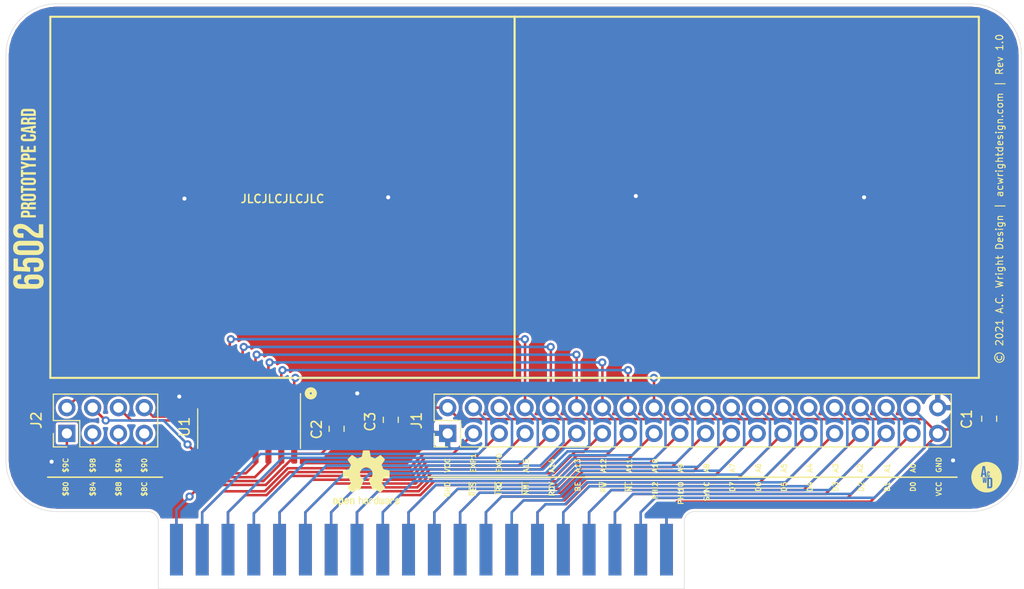
<source format=kicad_pcb>
(kicad_pcb (version 20171130) (host pcbnew "(5.1.9-0-10_14)")
  (layers (0 Top signal) (31 Bottom signal) (34 B.Paste user) (35 F.Paste user) (36 B.SilkS user) (37 F.SilkS user) (38 B.Mask user) (39 F.Mask user) (44 Edge.Cuts user))
  (net 0 "")
  (net 1 GND)
  (net 2 VCC)
  (net 3 /~RES)
  (net 4 /~IRQ)
  (net 5 /~NMI)
  (net 6 /RDY)
  (net 7 /BE)
  (net 8 /R~W)
  (net 9 /~ML)
  (net 10 /PHI2)
  (net 11 /PHI1O)
  (net 12 /SYNC)
  (net 13 /D7)
  (net 14 /D6)
  (net 15 /D5)
  (net 16 /D4)
  (net 17 /D3)
  (net 18 /D2)
  (net 19 /D1)
  (net 20 /D0)
  (net 21 /EXP1)
  (net 22 /EXP0)
  (net 23 A15)
  (net 24 A14)
  (net 25 A13)
  (net 26 A12)
  (net 27 A11)
  (net 28 A10)
  (net 29 /A9)
  (net 30 /A8)
  (net 31 /A7)
  (net 32 /A6)
  (net 33 /A5)
  (net 34 /A4)
  (net 35 /A3)
  (net 36 /A2)
  (net 37 /A1)
  (net 38 /A0)
  (net 39 /$8000)
  (net 40 /$9C00)
  (net 41 /$8400)
  (net 42 /$9800)
  (net 43 /$8800)
  (net 44 /$9400)
  (net 45 /$8C00)
  (net 46 /$9000)
  (module "6502 Logo:6502 Logo 3mm" (layer Top) (at 100.711 95.25 90)
    (fp_text reference G*** hide)
    (fp_text value LOGO hide)
  )
  (module "A.C. Wright Logo:A.C. Wright Logo 3mm" (layer Top) (at 195.072 122.809)
    (fp_text reference G*** hide)
    (fp_text value LOGO hide)
  )
  (module Symbol:OSHW-Logo2_7.3x6mm_SilkScreen (layer Top) (at 133.985 122.936)
    (fp_text reference REF** hide)
    (fp_text value OSHW-Logo2_7.3x6mm_SilkScreen hide)
  )
  (module "Prototype Card:BREADBOARD-MINI" (layer Top) (at 125.73 95.25)
    (fp_text reference B1 hide)
    (fp_text value BREADBOARDMINI hide)
  )
  (module "Prototype Card:BREADBOARD-MINI" (layer Top) (at 171.45 95.25)
    (fp_text reference B2 hide)
    (fp_text value BREADBOARDMINI hide)
  )
  (module Capacitor_SMD:C_0805_2012Metric (layer Top) (at 195.326 117.05 270)
    (fp_text reference C1 (at 0.044 2.214 90) (layer F.SilkS))
    (fp_text value 100nF hide)
    (pad 1 smd roundrect (at -0.95 0 270) (size 1 1.45) (layers Top F.Paste F.Mask) (net 1 GND))
    (pad 2 smd roundrect (at 0.95 0 270) (size 1 1.45) (layers Top F.Paste F.Mask) (net 2 VCC))
  )
  (module Capacitor_SMD:C_0805_2012Metric (layer Top) (at 131.064 118.05 90)
    (fp_text reference C2 (at -0.06 -1.968 90) (layer F.SilkS))
    (fp_text value 100nF hide)
    (pad 1 smd roundrect (at -0.95 0 90) (size 1 1.45) (layers Top F.Paste F.Mask) (net 2 VCC))
    (pad 2 smd roundrect (at 0.95 0 90) (size 1 1.45) (layers Top F.Paste F.Mask) (net 1 GND))
  )
  (module Capacitor_SMD:C_0805_2012Metric (layer Top) (at 136.398 117.16 270)
    (fp_text reference C3 (at 0.188 2.032 90) (layer F.SilkS))
    (fp_text value 100nF hide)
    (pad 2 smd roundrect (at 0.95 0 270) (size 1 1.45) (layers Top F.Paste F.Mask) (net 1 GND))
    (pad 1 smd roundrect (at -0.95 0 270) (size 1 1.45) (layers Top F.Paste F.Mask) (net 2 VCC))
  )
  (module "Prototype Card:6502CARDEDGE" (layer Top) (at 115.29 132.49)
    (fp_text reference CONN1 hide)
    (fp_text value 6502CARDEDGE hide)
    (pad GND smd rect (at 0 -2.54 90) (size 5.08 1.27) (layers Top F.Paste F.Mask) (net 1 GND))
    (pad ~RES smd rect (at 2.54 -2.54 90) (size 5.08 1.27) (layers Top F.Paste F.Mask) (net 3 /~RES))
    (pad ~IRQ smd rect (at 5.08 -2.54 90) (size 5.08 1.27) (layers Top F.Paste F.Mask) (net 4 /~IRQ))
    (pad ~NMI smd rect (at 7.62 -2.54 90) (size 5.08 1.27) (layers Top F.Paste F.Mask) (net 5 /~NMI))
    (pad RDY smd rect (at 10.16 -2.54 90) (size 5.08 1.27) (layers Top F.Paste F.Mask) (net 6 /RDY))
    (pad BE smd rect (at 12.7 -2.54 90) (size 5.08 1.27) (layers Top F.Paste F.Mask) (net 7 /BE))
    (pad R~W smd rect (at 15.24 -2.54 90) (size 5.08 1.27) (layers Top F.Paste F.Mask) (net 8 /R~W))
    (pad ~ML smd rect (at 17.78 -2.54 90) (size 5.08 1.27) (layers Top F.Paste F.Mask) (net 9 /~ML))
    (pad PHI2 smd rect (at 20.32 -2.54 90) (size 5.08 1.27) (layers Top F.Paste F.Mask) (net 10 /PHI2))
    (pad PHI1O smd rect (at 22.86 -2.54 90) (size 5.08 1.27) (layers Top F.Paste F.Mask) (net 11 /PHI1O))
    (pad SYNC smd rect (at 25.4 -2.54 90) (size 5.08 1.27) (layers Top F.Paste F.Mask) (net 12 /SYNC))
    (pad D7 smd rect (at 27.94 -2.54 90) (size 5.08 1.27) (layers Top F.Paste F.Mask) (net 13 /D7))
    (pad D6 smd rect (at 30.48 -2.54 90) (size 5.08 1.27) (layers Top F.Paste F.Mask) (net 14 /D6))
    (pad D5 smd rect (at 33.02 -2.54 90) (size 5.08 1.27) (layers Top F.Paste F.Mask) (net 15 /D5))
    (pad D4 smd rect (at 35.56 -2.54 90) (size 5.08 1.27) (layers Top F.Paste F.Mask) (net 16 /D4))
    (pad D3 smd rect (at 38.1 -2.54 90) (size 5.08 1.27) (layers Top F.Paste F.Mask) (net 17 /D3))
    (pad D2 smd rect (at 40.64 -2.54 90) (size 5.08 1.27) (layers Top F.Paste F.Mask) (net 18 /D2))
    (pad D1 smd rect (at 43.18 -2.54 90) (size 5.08 1.27) (layers Top F.Paste F.Mask) (net 19 /D1))
    (pad D0 smd rect (at 45.72 -2.54 90) (size 5.08 1.27) (layers Top F.Paste F.Mask) (net 20 /D0))
    (pad VCC smd rect (at 48.26 -2.54 90) (size 5.08 1.27) (layers Top F.Paste F.Mask) (net 2 VCC))
    (pad VCC smd rect (at 0 -2.54 90) (size 5.08 1.27) (layers Bottom B.Paste B.Mask) (net 2 VCC))
    (pad EXP1 smd rect (at 2.54 -2.54 90) (size 5.08 1.27) (layers Bottom B.Paste B.Mask) (net 21 /EXP1))
    (pad EXP0 smd rect (at 5.08 -2.54 90) (size 5.08 1.27) (layers Bottom B.Paste B.Mask) (net 22 /EXP0))
    (pad A15 smd rect (at 7.62 -2.54 90) (size 5.08 1.27) (layers Bottom B.Paste B.Mask) (net 23 A15))
    (pad A14 smd rect (at 10.16 -2.54 90) (size 5.08 1.27) (layers Bottom B.Paste B.Mask) (net 24 A14))
    (pad A13 smd rect (at 12.7 -2.54 90) (size 5.08 1.27) (layers Bottom B.Paste B.Mask) (net 25 A13))
    (pad A12 smd rect (at 15.24 -2.54 90) (size 5.08 1.27) (layers Bottom B.Paste B.Mask) (net 26 A12))
    (pad A11 smd rect (at 17.78 -2.54 90) (size 5.08 1.27) (layers Bottom B.Paste B.Mask) (net 27 A11))
    (pad A10 smd rect (at 20.32 -2.54 90) (size 5.08 1.27) (layers Bottom B.Paste B.Mask) (net 28 A10))
    (pad A9 smd rect (at 22.86 -2.54 90) (size 5.08 1.27) (layers Bottom B.Paste B.Mask) (net 29 /A9))
    (pad A8 smd rect (at 25.4 -2.54 90) (size 5.08 1.27) (layers Bottom B.Paste B.Mask) (net 30 /A8))
    (pad A7 smd rect (at 27.94 -2.54 90) (size 5.08 1.27) (layers Bottom B.Paste B.Mask) (net 31 /A7))
    (pad A6 smd rect (at 30.48 -2.54 90) (size 5.08 1.27) (layers Bottom B.Paste B.Mask) (net 32 /A6))
    (pad A5 smd rect (at 33.02 -2.54 90) (size 5.08 1.27) (layers Bottom B.Paste B.Mask) (net 33 /A5))
    (pad A4 smd rect (at 35.56 -2.54 90) (size 5.08 1.27) (layers Bottom B.Paste B.Mask) (net 34 /A4))
    (pad A3 smd rect (at 38.1 -2.54 90) (size 5.08 1.27) (layers Bottom B.Paste B.Mask) (net 35 /A3))
    (pad A2 smd rect (at 40.64 -2.54 90) (size 5.08 1.27) (layers Bottom B.Paste B.Mask) (net 36 /A2))
    (pad A1 smd rect (at 43.18 -2.54 90) (size 5.08 1.27) (layers Bottom B.Paste B.Mask) (net 37 /A1))
    (pad A0 smd rect (at 45.72 -2.54 90) (size 5.08 1.27) (layers Bottom B.Paste B.Mask) (net 38 /A0))
    (pad GND smd rect (at 48.26 -2.54 90) (size 5.08 1.27) (layers Bottom B.Paste B.Mask) (net 1 GND))
  )
  (module Connector_PinHeader_2.54mm:PinHeader_2x20_P2.54mm_Vertical (layer Top) (at 142 118.5 90)
    (fp_text reference J1 (at 1.27 -3.062 90) (layer F.SilkS))
    (fp_text value Conn_02x20_Odd_Even hide)
    (pad 1 thru_hole rect (at 0 0 90) (size 1.7 1.7) (drill 1) (layers *.Cu *.Mask) (net 1 GND))
    (pad 2 thru_hole oval (at 2.54 0 90) (size 1.7 1.7) (drill 1) (layers *.Cu *.Mask) (net 2 VCC))
    (pad 3 thru_hole oval (at 0 2.54 90) (size 1.7 1.7) (drill 1) (layers *.Cu *.Mask) (net 3 /~RES))
    (pad 4 thru_hole oval (at 2.54 2.54 90) (size 1.7 1.7) (drill 1) (layers *.Cu *.Mask) (net 21 /EXP1))
    (pad 5 thru_hole oval (at 0 5.08 90) (size 1.7 1.7) (drill 1) (layers *.Cu *.Mask) (net 4 /~IRQ))
    (pad 6 thru_hole oval (at 2.54 5.08 90) (size 1.7 1.7) (drill 1) (layers *.Cu *.Mask) (net 22 /EXP0))
    (pad 7 thru_hole oval (at 0 7.62 90) (size 1.7 1.7) (drill 1) (layers *.Cu *.Mask) (net 5 /~NMI))
    (pad 8 thru_hole oval (at 2.54 7.62 90) (size 1.7 1.7) (drill 1) (layers *.Cu *.Mask) (net 23 A15))
    (pad 9 thru_hole oval (at 0 10.16 90) (size 1.7 1.7) (drill 1) (layers *.Cu *.Mask) (net 6 /RDY))
    (pad 10 thru_hole oval (at 2.54 10.16 90) (size 1.7 1.7) (drill 1) (layers *.Cu *.Mask) (net 24 A14))
    (pad 11 thru_hole oval (at 0 12.7 90) (size 1.7 1.7) (drill 1) (layers *.Cu *.Mask) (net 7 /BE))
    (pad 12 thru_hole oval (at 2.54 12.7 90) (size 1.7 1.7) (drill 1) (layers *.Cu *.Mask) (net 25 A13))
    (pad 13 thru_hole oval (at 0 15.24 90) (size 1.7 1.7) (drill 1) (layers *.Cu *.Mask) (net 8 /R~W))
    (pad 14 thru_hole oval (at 2.54 15.24 90) (size 1.7 1.7) (drill 1) (layers *.Cu *.Mask) (net 26 A12))
    (pad 15 thru_hole oval (at 0 17.78 90) (size 1.7 1.7) (drill 1) (layers *.Cu *.Mask) (net 9 /~ML))
    (pad 16 thru_hole oval (at 2.54 17.78 90) (size 1.7 1.7) (drill 1) (layers *.Cu *.Mask) (net 27 A11))
    (pad 17 thru_hole oval (at 0 20.32 90) (size 1.7 1.7) (drill 1) (layers *.Cu *.Mask) (net 10 /PHI2))
    (pad 18 thru_hole oval (at 2.54 20.32 90) (size 1.7 1.7) (drill 1) (layers *.Cu *.Mask) (net 28 A10))
    (pad 19 thru_hole oval (at 0 22.86 90) (size 1.7 1.7) (drill 1) (layers *.Cu *.Mask) (net 11 /PHI1O))
    (pad 20 thru_hole oval (at 2.54 22.86 90) (size 1.7 1.7) (drill 1) (layers *.Cu *.Mask) (net 29 /A9))
    (pad 21 thru_hole oval (at 0 25.4 90) (size 1.7 1.7) (drill 1) (layers *.Cu *.Mask) (net 12 /SYNC))
    (pad 22 thru_hole oval (at 2.54 25.4 90) (size 1.7 1.7) (drill 1) (layers *.Cu *.Mask) (net 30 /A8))
    (pad 23 thru_hole oval (at 0 27.94 90) (size 1.7 1.7) (drill 1) (layers *.Cu *.Mask) (net 13 /D7))
    (pad 24 thru_hole oval (at 2.54 27.94 90) (size 1.7 1.7) (drill 1) (layers *.Cu *.Mask) (net 31 /A7))
    (pad 25 thru_hole oval (at 0 30.48 90) (size 1.7 1.7) (drill 1) (layers *.Cu *.Mask) (net 14 /D6))
    (pad 26 thru_hole oval (at 2.54 30.48 90) (size 1.7 1.7) (drill 1) (layers *.Cu *.Mask) (net 32 /A6))
    (pad 27 thru_hole oval (at 0 33.02 90) (size 1.7 1.7) (drill 1) (layers *.Cu *.Mask) (net 15 /D5))
    (pad 28 thru_hole oval (at 2.54 33.02 90) (size 1.7 1.7) (drill 1) (layers *.Cu *.Mask) (net 33 /A5))
    (pad 29 thru_hole oval (at 0 35.56 90) (size 1.7 1.7) (drill 1) (layers *.Cu *.Mask) (net 16 /D4))
    (pad 30 thru_hole oval (at 2.54 35.56 90) (size 1.7 1.7) (drill 1) (layers *.Cu *.Mask) (net 34 /A4))
    (pad 31 thru_hole oval (at 0 38.1 90) (size 1.7 1.7) (drill 1) (layers *.Cu *.Mask) (net 17 /D3))
    (pad 32 thru_hole oval (at 2.54 38.1 90) (size 1.7 1.7) (drill 1) (layers *.Cu *.Mask) (net 35 /A3))
    (pad 33 thru_hole oval (at 0 40.64 90) (size 1.7 1.7) (drill 1) (layers *.Cu *.Mask) (net 18 /D2))
    (pad 34 thru_hole oval (at 2.54 40.64 90) (size 1.7 1.7) (drill 1) (layers *.Cu *.Mask) (net 36 /A2))
    (pad 35 thru_hole oval (at 0 43.18 90) (size 1.7 1.7) (drill 1) (layers *.Cu *.Mask) (net 19 /D1))
    (pad 36 thru_hole oval (at 2.54 43.18 90) (size 1.7 1.7) (drill 1) (layers *.Cu *.Mask) (net 37 /A1))
    (pad 37 thru_hole oval (at 0 45.72 90) (size 1.7 1.7) (drill 1) (layers *.Cu *.Mask) (net 20 /D0))
    (pad 38 thru_hole oval (at 2.54 45.72 90) (size 1.7 1.7) (drill 1) (layers *.Cu *.Mask) (net 38 /A0))
    (pad 39 thru_hole oval (at 0 48.26 90) (size 1.7 1.7) (drill 1) (layers *.Cu *.Mask) (net 2 VCC))
    (pad 40 thru_hole oval (at 2.54 48.26 90) (size 1.7 1.7) (drill 1) (layers *.Cu *.Mask) (net 1 GND))
  )
  (module Connector_PinHeader_2.54mm:PinHeader_2x04_P2.54mm_Vertical (layer Top) (at 104.5 118.5 90)
    (fp_text reference J2 (at 1.3 -3 90) (layer F.SilkS))
    (fp_text value Conn_02x04_Odd_Even hide)
    (pad 1 thru_hole rect (at 0 0 90) (size 1.7 1.7) (drill 1) (layers *.Cu *.Mask) (net 39 /$8000))
    (pad 2 thru_hole oval (at 2.54 0 90) (size 1.7 1.7) (drill 1) (layers *.Cu *.Mask) (net 40 /$9C00))
    (pad 3 thru_hole oval (at 0 2.54 90) (size 1.7 1.7) (drill 1) (layers *.Cu *.Mask) (net 41 /$8400))
    (pad 4 thru_hole oval (at 2.54 2.54 90) (size 1.7 1.7) (drill 1) (layers *.Cu *.Mask) (net 42 /$9800))
    (pad 5 thru_hole oval (at 0 5.08 90) (size 1.7 1.7) (drill 1) (layers *.Cu *.Mask) (net 43 /$8800))
    (pad 6 thru_hole oval (at 2.54 5.08 90) (size 1.7 1.7) (drill 1) (layers *.Cu *.Mask) (net 44 /$9400))
    (pad 7 thru_hole oval (at 0 7.62 90) (size 1.7 1.7) (drill 1) (layers *.Cu *.Mask) (net 45 /$8C00))
    (pad 8 thru_hole oval (at 2.54 7.62 90) (size 1.7 1.7) (drill 1) (layers *.Cu *.Mask) (net 46 /$9000))
  )
  (module Package_SO:SOIC-16_3.9x9.9mm_P1.27mm (layer Top) (at 122.445 118.025 270)
    (fp_text reference U1 (at -0.169 6.367 90) (layer F.SilkS))
    (fp_text value 74LS138 hide)
    (pad 1 smd roundrect (at -2.475 -4.445 270) (size 1.95 0.6) (layers Top F.Paste F.Mask) (net 28 A10))
    (pad 2 smd roundrect (at -2.475 -3.175 270) (size 1.95 0.6) (layers Top F.Paste F.Mask) (net 27 A11))
    (pad 3 smd roundrect (at -2.475 -1.905 270) (size 1.95 0.6) (layers Top F.Paste F.Mask) (net 26 A12))
    (pad 4 smd roundrect (at -2.475 -0.635 270) (size 1.95 0.6) (layers Top F.Paste F.Mask) (net 25 A13))
    (pad 5 smd roundrect (at -2.475 0.635 270) (size 1.95 0.6) (layers Top F.Paste F.Mask) (net 24 A14))
    (pad 6 smd roundrect (at -2.475 1.905 270) (size 1.95 0.6) (layers Top F.Paste F.Mask) (net 23 A15))
    (pad 7 smd roundrect (at -2.475 3.175 270) (size 1.95 0.6) (layers Top F.Paste F.Mask) (net 40 /$9C00))
    (pad 8 smd roundrect (at -2.475 4.445 270) (size 1.95 0.6) (layers Top F.Paste F.Mask) (net 1 GND))
    (pad 9 smd roundrect (at 2.475 4.445 270) (size 1.95 0.6) (layers Top F.Paste F.Mask) (net 42 /$9800))
    (pad 10 smd roundrect (at 2.475 3.175 270) (size 1.95 0.6) (layers Top F.Paste F.Mask) (net 44 /$9400))
    (pad 11 smd roundrect (at 2.475 1.905 270) (size 1.95 0.6) (layers Top F.Paste F.Mask) (net 46 /$9000))
    (pad 12 smd roundrect (at 2.475 0.635 270) (size 1.95 0.6) (layers Top F.Paste F.Mask) (net 45 /$8C00))
    (pad 13 smd roundrect (at 2.475 -0.635 270) (size 1.95 0.6) (layers Top F.Paste F.Mask) (net 43 /$8800))
    (pad 14 smd roundrect (at 2.475 -1.905 270) (size 1.95 0.6) (layers Top F.Paste F.Mask) (net 41 /$8400))
    (pad 15 smd roundrect (at 2.475 -3.175 270) (size 1.95 0.6) (layers Top F.Paste F.Mask) (net 39 /$8000))
    (pad 16 smd roundrect (at 2.475 -4.445 270) (size 1.95 0.6) (layers Top F.Paste F.Mask) (net 2 VCC))
  )
  (gr_text $8C (at 112.141 123.19 90) (layer F.SilkS) (effects (font (size 0.5 0.5) (thickness 0.1)) (justify right)))
  (gr_text $88 (at 109.601 123.19 90) (layer F.SilkS) (effects (font (size 0.5 0.5) (thickness 0.1)) (justify right)))
  (gr_text $84 (at 107.061 123.19 90) (layer F.SilkS) (effects (font (size 0.5 0.5) (thickness 0.1)) (justify right)))
  (gr_text $80 (at 104.394 123.19 90) (layer F.SilkS) (effects (font (size 0.5 0.5) (thickness 0.1)) (justify right)))
  (gr_line (start 102.616 122.809) (end 113.919 122.809) (layer F.SilkS) (width 0.15))
  (gr_text $9C (at 104.394 122.428 90) (layer F.SilkS) (effects (font (size 0.5 0.5) (thickness 0.1)) (justify left)))
  (gr_text $98 (at 107.061 122.428 90) (layer F.SilkS) (effects (font (size 0.5 0.5) (thickness 0.1)) (justify left)))
  (gr_text $94 (at 109.601 122.428 90) (layer F.SilkS) (effects (font (size 0.5 0.5) (thickness 0.1)) (justify left)))
  (gr_text $90 (at 112.141 122.428 90) (layer F.SilkS) (effects (font (size 0.5 0.5) (thickness 0.1)) (justify left)))
  (gr_text ~IRQ (at 147.066 123.19 90) (layer F.SilkS) (effects (font (size 0.5 0.5) (thickness 0.1)) (justify right)))
  (gr_text ~RES (at 144.526 123.19 90) (layer F.SilkS) (effects (font (size 0.5 0.5) (thickness 0.1)) (justify right)))
  (gr_text GND (at 190.373 122.428 90) (layer F.SilkS) (effects (font (size 0.5 0.5) (thickness 0.1)) (justify left)))
  (gr_text A0 (at 187.833 122.428 90) (layer F.SilkS) (effects (font (size 0.5 0.5) (thickness 0.1)) (justify left)))
  (gr_text A1 (at 185.293 122.428 90) (layer F.SilkS) (effects (font (size 0.5 0.5) (thickness 0.1)) (justify left)))
  (gr_text A2 (at 182.626 122.428 90) (layer F.SilkS) (effects (font (size 0.5 0.5) (thickness 0.1)) (justify left)))
  (gr_text A3 (at 180.213 122.428 90) (layer F.SilkS) (effects (font (size 0.5 0.5) (thickness 0.1)) (justify left)))
  (gr_text A4 (at 177.673 122.428 90) (layer F.SilkS) (effects (font (size 0.5 0.5) (thickness 0.1)) (justify left)))
  (gr_text A5 (at 175.133 122.428 90) (layer F.SilkS) (effects (font (size 0.5 0.5) (thickness 0.1)) (justify left)))
  (gr_text A6 (at 172.593 122.428 90) (layer F.SilkS) (effects (font (size 0.5 0.5) (thickness 0.1)) (justify left)))
  (gr_text A7 (at 170.053 122.428 90) (layer F.SilkS) (effects (font (size 0.5 0.5) (thickness 0.1)) (justify left)))
  (gr_text A8 (at 167.513 122.428 90) (layer F.SilkS) (effects (font (size 0.5 0.5) (thickness 0.1)) (justify left)))
  (gr_text A9 (at 164.973 122.428 90) (layer F.SilkS) (effects (font (size 0.5 0.5) (thickness 0.1)) (justify left)))
  (gr_text A10 (at 162.433 122.428 90) (layer F.SilkS) (effects (font (size 0.5 0.5) (thickness 0.1)) (justify left)))
  (gr_text A11 (at 159.893 122.428 90) (layer F.SilkS) (effects (font (size 0.5 0.5) (thickness 0.1)) (justify left)))
  (gr_text A12 (at 157.353 122.428 90) (layer F.SilkS) (effects (font (size 0.5 0.5) (thickness 0.1)) (justify left)))
  (gr_text A13 (at 154.813 122.428 90) (layer F.SilkS) (effects (font (size 0.5 0.5) (thickness 0.1)) (justify left)))
  (gr_text A14 (at 152.273 122.428 90) (layer F.SilkS) (effects (font (size 0.5 0.5) (thickness 0.1)) (justify left)))
  (gr_text A15 (at 149.733 122.428 90) (layer F.SilkS) (effects (font (size 0.5 0.5) (thickness 0.1)) (justify left)))
  (gr_text GND (at 141.986 123.19 90) (layer F.SilkS) (effects (font (size 0.5 0.5) (thickness 0.1)) (justify right)))
  (gr_text VCC (at 190.373 123.19 90) (layer F.SilkS) (effects (font (size 0.5 0.5) (thickness 0.1)) (justify right)))
  (gr_text D0 (at 187.833 123.19 90) (layer F.SilkS) (effects (font (size 0.5 0.5) (thickness 0.1)) (justify right)))
  (gr_text D1 (at 185.293 123.19 90) (layer F.SilkS) (effects (font (size 0.5 0.5) (thickness 0.1)) (justify right)))
  (gr_text D2 (at 182.753 123.19 90) (layer F.SilkS) (effects (font (size 0.5 0.5) (thickness 0.1)) (justify right)))
  (gr_text D3 (at 180.213 123.19 90) (layer F.SilkS) (effects (font (size 0.5 0.5) (thickness 0.1)) (justify right)))
  (gr_text D4 (at 177.673 123.19 90) (layer F.SilkS) (effects (font (size 0.5 0.5) (thickness 0.1)) (justify right)))
  (gr_text D5 (at 175.133 123.19 90) (layer F.SilkS) (effects (font (size 0.5 0.5) (thickness 0.1)) (justify right)))
  (gr_text D6 (at 172.593 123.19 90) (layer F.SilkS) (effects (font (size 0.5 0.5) (thickness 0.1)) (justify right)))
  (gr_text D7 (at 170.053 123.19 90) (layer F.SilkS) (effects (font (size 0.5 0.5) (thickness 0.1)) (justify right)))
  (gr_text SYNC (at 167.513 123.19 90) (layer F.SilkS) (effects (font (size 0.5 0.5) (thickness 0.1)) (justify right)))
  (gr_text PHI1O (at 164.973 123.19 90) (layer F.SilkS) (effects (font (size 0.5 0.5) (thickness 0.1)) (justify right)))
  (gr_text PHI2 (at 162.433 123.19 90) (layer F.SilkS) (effects (font (size 0.5 0.5) (thickness 0.1)) (justify right)))
  (gr_text ~ML (at 159.893 123.19 90) (layer F.SilkS) (effects (font (size 0.5 0.5) (thickness 0.1)) (justify right)))
  (gr_text R~W (at 157.353 123.19 90) (layer F.SilkS) (effects (font (size 0.5 0.5) (thickness 0.1)) (justify right)))
  (gr_text BE (at 154.813 123.19 90) (layer F.SilkS) (effects (font (size 0.5 0.5) (thickness 0.1)) (justify right)))
  (gr_text RDY (at 152.273 123.19 90) (layer F.SilkS) (effects (font (size 0.5 0.5) (thickness 0.1)) (justify right)))
  (gr_text ~NMI (at 149.733 123.19 90) (layer F.SilkS) (effects (font (size 0.5 0.5) (thickness 0.1)) (justify right)))
  (gr_text EXP0 (at 147.066 122.428 90) (layer F.SilkS) (effects (font (size 0.5 0.5) (thickness 0.1)) (justify left)))
  (gr_text EXP1 (at 144.526 122.428 90) (layer F.SilkS) (effects (font (size 0.5 0.5) (thickness 0.1)) (justify left)))
  (gr_line (start 140.081 122.809) (end 192.151 122.809) (layer F.SilkS) (width 0.15))
  (gr_text VCC (at 141.986 122.428 90) (layer F.SilkS) (effects (font (size 0.5 0.5) (thickness 0.1)) (justify left)))
  (gr_circle (center 128.524 114.554) (end 128.624 114.554) (layer F.SilkS) (width 0.5))
  (gr_text "© 2021 A.C. Wright Design | acwrightdesign.com | Rev 1.0" (at 196.342 95.4 90) (layer F.SilkS) (effects (font (size 0.7 0.7) (thickness 0.1))))
  (gr_text JLCJLCJLCJLC (at 125.73 95.4) (layer F.SilkS) (effects (font (size 0.8 0.8))))
  (gr_line (start 114.5011 133.8136) (end 113.5011 133.8136) (layer Edge.Cuts) (width 0.05))
  (gr_line (start 166.3011 126.1936) (end 193.5011 126.1936) (layer Edge.Cuts) (width 0.05))
  (gr_arc (start 193.5011 121.1936) (end 193.5011 126.1936) (angle -90) (layer Edge.Cuts) (width 0.05))
  (gr_line (start 198.5011 121.1936) (end 198.5011 81.1936) (layer Edge.Cuts) (width 0.05))
  (gr_arc (start 193.5011 81.1936) (end 198.5011 81.1936) (angle -90) (layer Edge.Cuts) (width 0.05))
  (gr_line (start 193.5011 76.1936) (end 103.5011 76.1936) (layer Edge.Cuts) (width 0.05))
  (gr_arc (start 103.5011 81.1936) (end 103.5011 76.1936) (angle -90) (layer Edge.Cuts) (width 0.05))
  (gr_line (start 98.5011 81.1936) (end 98.5011 121.1936) (layer Edge.Cuts) (width 0.05))
  (gr_arc (start 103.5011 121.1936) (end 98.5011 121.1936) (angle -90) (layer Edge.Cuts) (width 0.05))
  (gr_line (start 103.5011 126.1936) (end 112.5011 126.1936) (layer Edge.Cuts) (width 0.05))
  (gr_arc (start 112.5011 127.1936) (end 113.5011 127.1936) (angle -90) (layer Edge.Cuts) (width 0.05))
  (gr_line (start 113.5011 127.1936) (end 113.5011 133.8136) (layer Edge.Cuts) (width 0.05))
  (gr_line (start 114.5011 133.8136) (end 165.3011 133.8136) (layer Edge.Cuts) (width 0.05))
  (gr_line (start 165.3011 133.8136) (end 165.3011 127.1936) (layer Edge.Cuts) (width 0.05))
  (gr_arc (start 166.3011 127.1936) (end 166.3011 126.1936) (angle -90) (layer Edge.Cuts) (width 0.05))
  (segment (start 115.29 129.95) (end 115.29 125.248) (width 0.25) (layer Top) (net 1))
  (via (at 115.57 114.8715) (size 0.8) (drill 0.4) (layers Top Bottom) (net 1))
  (segment (start 117.98 115.57) (end 118 115.55) (width 0.25) (layer Top) (net 1))
  (segment (start 116.2685 115.57) (end 117.98 115.57) (width 0.25) (layer Top) (net 1))
  (segment (start 115.57 114.8715) (end 116.2685 115.57) (width 0.25) (layer Top) (net 1))
  (via (at 116.078 95.377) (size 0.8) (drill 0.4) (layers Top Bottom) (net 1))
  (via (at 136.144 95.25) (size 0.8) (drill 0.4) (layers Top Bottom) (net 1))
  (via (at 160.528 95.123) (size 0.8) (drill 0.4) (layers Top Bottom) (net 1))
  (via (at 183.007 95.25) (size 0.8) (drill 0.4) (layers Top Bottom) (net 1))
  (via (at 191.77 121.158) (size 0.8) (drill 0.4) (layers Top Bottom) (net 1))
  (via (at 133.096 114.554) (size 0.8) (drill 0.4) (layers Top Bottom) (net 1))
  (via (at 102.997 121.285) (size 0.8) (drill 0.4) (layers Top Bottom) (net 1))
  (segment (start 163.55 129.95) (end 163.55 125.73) (width 0.25) (layer Bottom) (net 1))
  (segment (start 136.648 115.96) (end 136.398 116.21) (width 0.25) (layer Top) (net 2))
  (segment (start 142 115.96) (end 136.648 115.96) (width 0.25) (layer Top) (net 2))
  (segment (start 135.504 116.21) (end 136.398 116.21) (width 0.25) (layer Top) (net 2))
  (segment (start 132.714 119) (end 135.504 116.21) (width 0.25) (layer Top) (net 2))
  (segment (start 131.064 119) (end 132.714 119) (width 0.25) (layer Top) (net 2))
  (segment (start 129.564 120.5) (end 131.064 119) (width 0.25) (layer Top) (net 2))
  (segment (start 126.89 120.5) (end 129.564 120.5) (width 0.25) (layer Top) (net 2))
  (segment (start 190.65 118.11) (end 190.26 118.5) (width 0.25) (layer Top) (net 2))
  (segment (start 195.216 118.11) (end 190.65 118.11) (width 0.25) (layer Top) (net 2))
  (segment (start 195.326 118) (end 195.216 118.11) (width 0.25) (layer Top) (net 2))
  (segment (start 188.854 117.094) (end 190.26 118.5) (width 0.25) (layer Top) (net 2))
  (segment (start 143.134 117.094) (end 188.854 117.094) (width 0.25) (layer Top) (net 2))
  (segment (start 142 115.96) (end 143.134 117.094) (width 0.25) (layer Top) (net 2))
  (via (at 116.586 124.714) (size 0.8) (drill 0.4) (layers Top Bottom) (net 2))
  (segment (start 190.26 118.604) (end 190.26 118.5) (width 0.25) (layer Top) (net 2))
  (segment (start 183.642 125.222) (end 190.26 118.604) (width 0.25) (layer Top) (net 2))
  (segment (start 163.55 126.264) (end 164.592 125.222) (width 0.25) (layer Top) (net 2))
  (segment (start 164.592 125.222) (end 183.642 125.222) (width 0.25) (layer Top) (net 2))
  (segment (start 163.55 129.95) (end 163.55 126.264) (width 0.25) (layer Top) (net 2))
  (segment (start 115.29 126.01) (end 116.586 124.714) (width 0.25) (layer Bottom) (net 2))
  (segment (start 115.29 129.95) (end 115.29 126.01) (width 0.25) (layer Bottom) (net 2))
  (segment (start 124.085764 123.571) (end 117.729 123.571) (width 0.25) (layer Top) (net 2))
  (segment (start 125.929754 121.72701) (end 124.085764 123.571) (width 0.25) (layer Top) (net 2))
  (segment (start 125.936518 121.72701) (end 125.929754 121.72701) (width 0.25) (layer Top) (net 2))
  (segment (start 126.17201 121.491518) (end 125.936518 121.72701) (width 0.25) (layer Top) (net 2))
  (segment (start 126.17201 121.484754) (end 126.17201 121.491518) (width 0.25) (layer Top) (net 2))
  (segment (start 126.89 120.766764) (end 126.17201 121.484754) (width 0.25) (layer Top) (net 2))
  (segment (start 117.729 123.571) (end 116.586 124.714) (width 0.25) (layer Top) (net 2))
  (segment (start 126.89 120.5) (end 126.89 120.766764) (width 0.25) (layer Top) (net 2))
  (segment (start 117.83 126.264) (end 117.83 129.95) (width 0.25) (layer Top) (net 3))
  (segment (start 126.26872 121.927982) (end 123.998682 124.19802) (width 0.25) (layer Top) (net 3))
  (segment (start 123.998682 124.19802) (end 119.89598 124.19802) (width 0.25) (layer Top) (net 3))
  (segment (start 139.625608 120.523) (end 138.220628 121.92798) (width 0.25) (layer Top) (net 3))
  (segment (start 119.89598 124.19802) (end 117.83 126.264) (width 0.25) (layer Top) (net 3))
  (segment (start 142.517 120.523) (end 139.625608 120.523) (width 0.25) (layer Top) (net 3))
  (segment (start 138.220628 121.92798) (end 126.26872 121.927982) (width 0.25) (layer Top) (net 3))
  (segment (start 144.54 118.5) (end 142.517 120.523) (width 0.25) (layer Top) (net 3))
  (segment (start 120.37 126.264) (end 120.37 129.95) (width 0.25) (layer Top) (net 4))
  (segment (start 122.058969 124.575031) (end 120.37 126.264) (width 0.25) (layer Top) (net 4))
  (segment (start 124.154845 124.575031) (end 122.058969 124.575031) (width 0.25) (layer Top) (net 4))
  (segment (start 139.777782 120.904) (end 138.376791 122.304991) (width 0.25) (layer Top) (net 4))
  (segment (start 144.676 120.904) (end 139.777782 120.904) (width 0.25) (layer Top) (net 4))
  (segment (start 147.08 118.5) (end 144.676 120.904) (width 0.25) (layer Top) (net 4))
  (segment (start 126.424884 122.304992) (end 124.154845 124.575031) (width 0.25) (layer Top) (net 4))
  (segment (start 138.376791 122.304991) (end 126.424884 122.304992) (width 0.25) (layer Top) (net 4))
  (segment (start 122.91 126.391) (end 122.91 129.95) (width 0.25) (layer Top) (net 5))
  (segment (start 138.532954 122.682002) (end 126.618998 122.682002) (width 0.25) (layer Top) (net 5))
  (segment (start 126.618998 122.682002) (end 122.91 126.391) (width 0.25) (layer Top) (net 5))
  (segment (start 139.929956 121.285) (end 138.532954 122.682002) (width 0.25) (layer Top) (net 5))
  (segment (start 146.835 121.285) (end 139.929956 121.285) (width 0.25) (layer Top) (net 5))
  (segment (start 149.62 118.5) (end 146.835 121.285) (width 0.25) (layer Top) (net 5))
  (segment (start 125.45 126.264) (end 125.45 129.95) (width 0.25) (layer Top) (net 6))
  (segment (start 148.994 121.666) (end 140.08213 121.666) (width 0.25) (layer Top) (net 6))
  (segment (start 138.689119 123.059011) (end 128.654989 123.059011) (width 0.25) (layer Top) (net 6))
  (segment (start 140.08213 121.666) (end 138.689119 123.059011) (width 0.25) (layer Top) (net 6))
  (segment (start 128.654989 123.059011) (end 125.45 126.264) (width 0.25) (layer Top) (net 6))
  (segment (start 152.16 118.5) (end 148.994 121.666) (width 0.25) (layer Top) (net 6))
  (segment (start 127.99 126.264) (end 127.99 129.95) (width 0.25) (layer Top) (net 7))
  (segment (start 130.817978 123.436022) (end 127.99 126.264) (width 0.25) (layer Top) (net 7))
  (segment (start 138.845282 123.436022) (end 130.817978 123.436022) (width 0.25) (layer Top) (net 7))
  (segment (start 140.234304 122.047) (end 138.845282 123.436022) (width 0.25) (layer Top) (net 7))
  (segment (start 151.153 122.047) (end 140.234304 122.047) (width 0.25) (layer Top) (net 7))
  (segment (start 154.7 118.5) (end 151.153 122.047) (width 0.25) (layer Top) (net 7))
  (segment (start 130.53 126.264) (end 130.53 129.95) (width 0.25) (layer Top) (net 8))
  (segment (start 132.980967 123.813033) (end 130.53 126.264) (width 0.25) (layer Top) (net 8))
  (segment (start 152.427436 122.428) (end 140.386478 122.428) (width 0.25) (layer Top) (net 8))
  (segment (start 154.542546 120.31289) (end 152.427436 122.428) (width 0.25) (layer Top) (net 8))
  (segment (start 155.40411 120.31289) (end 154.542546 120.31289) (width 0.25) (layer Top) (net 8))
  (segment (start 157.217 118.5) (end 155.40411 120.31289) (width 0.25) (layer Top) (net 8))
  (segment (start 139.001445 123.813033) (end 132.980967 123.813033) (width 0.25) (layer Top) (net 8))
  (segment (start 140.386478 122.428) (end 139.001445 123.813033) (width 0.25) (layer Top) (net 8))
  (segment (start 157.24 118.5) (end 157.217 118.5) (width 0.25) (layer Top) (net 8))
  (segment (start 133.07 126.264) (end 133.07 129.95) (width 0.25) (layer Top) (net 9))
  (segment (start 135.143956 124.190044) (end 133.07 126.264) (width 0.25) (layer Top) (net 9))
  (segment (start 139.157608 124.190044) (end 135.143956 124.190044) (width 0.25) (layer Top) (net 9))
  (segment (start 152.57961 122.809) (end 140.538652 122.809) (width 0.25) (layer Top) (net 9))
  (segment (start 159.78 118.5) (end 157.5901 120.6899) (width 0.25) (layer Top) (net 9))
  (segment (start 154.69871 120.6899) (end 152.57961 122.809) (width 0.25) (layer Top) (net 9))
  (segment (start 157.5901 120.6899) (end 154.69871 120.6899) (width 0.25) (layer Top) (net 9))
  (segment (start 140.538652 122.809) (end 139.157608 124.190044) (width 0.25) (layer Top) (net 9))
  (segment (start 137.306945 124.567055) (end 135.61 126.264) (width 0.25) (layer Top) (net 10))
  (segment (start 139.313771 124.567055) (end 137.306945 124.567055) (width 0.25) (layer Top) (net 10))
  (segment (start 135.61 126.264) (end 135.61 129.95) (width 0.25) (layer Top) (net 10))
  (segment (start 140.674867 123.205959) (end 139.313771 124.567055) (width 0.25) (layer Top) (net 10))
  (segment (start 154.854874 121.06691) (end 152.715825 123.205959) (width 0.25) (layer Top) (net 10))
  (segment (start 152.715825 123.205959) (end 140.674867 123.205959) (width 0.25) (layer Top) (net 10))
  (segment (start 159.75309 121.06691) (end 154.854874 121.06691) (width 0.25) (layer Top) (net 10))
  (segment (start 162.32 118.5) (end 159.75309 121.06691) (width 0.25) (layer Top) (net 10))
  (segment (start 140.83103 123.58297) (end 138.15 126.264) (width 0.25) (layer Top) (net 11))
  (segment (start 152.871988 123.58297) (end 140.83103 123.58297) (width 0.25) (layer Top) (net 11))
  (segment (start 155.011038 121.44392) (end 152.871988 123.58297) (width 0.25) (layer Top) (net 11))
  (segment (start 138.15 126.264) (end 138.15 129.95) (width 0.25) (layer Top) (net 11))
  (segment (start 161.916081 121.443919) (end 155.011038 121.44392) (width 0.25) (layer Top) (net 11))
  (segment (start 164.86 118.5) (end 161.916081 121.443919) (width 0.25) (layer Top) (net 11))
  (segment (start 155.167202 121.82093) (end 153.028151 123.959981) (width 0.25) (layer Top) (net 12))
  (segment (start 167.4 118.5) (end 164.07907 121.82093) (width 0.25) (layer Top) (net 12))
  (segment (start 142.994019 123.959981) (end 140.69 126.264) (width 0.25) (layer Top) (net 12))
  (segment (start 153.028151 123.959981) (end 142.994019 123.959981) (width 0.25) (layer Top) (net 12))
  (segment (start 140.69 126.264) (end 140.69 127.16) (width 0.25) (layer Top) (net 12))
  (segment (start 164.07907 121.82093) (end 155.167202 121.82093) (width 0.25) (layer Top) (net 12))
  (segment (start 140.69 127.16) (end 140.69 129.95) (width 0.25) (layer Top) (net 12))
  (segment (start 143.23 126.264) (end 143.23 129.95) (width 0.25) (layer Top) (net 13))
  (segment (start 153.184314 124.33699) (end 145.15701 124.33699) (width 0.25) (layer Top) (net 13))
  (segment (start 166.242062 122.197938) (end 155.323365 122.197939) (width 0.25) (layer Top) (net 13))
  (segment (start 145.15701 124.33699) (end 143.23 126.264) (width 0.25) (layer Top) (net 13))
  (segment (start 155.323365 122.197939) (end 153.184314 124.33699) (width 0.25) (layer Top) (net 13))
  (segment (start 169.94 118.5) (end 166.242062 122.197938) (width 0.25) (layer Top) (net 13))
  (segment (start 145.77 126.264) (end 145.77 129.95) (width 0.25) (layer Top) (net 14))
  (segment (start 168.405051 122.574949) (end 155.479529 122.574949) (width 0.25) (layer Top) (net 14))
  (segment (start 147.319999 124.714001) (end 145.77 126.264) (width 0.25) (layer Top) (net 14))
  (segment (start 153.340477 124.714001) (end 147.319999 124.714001) (width 0.25) (layer Top) (net 14))
  (segment (start 172.48 118.5) (end 168.405051 122.574949) (width 0.25) (layer Top) (net 14))
  (segment (start 155.479529 122.574949) (end 153.340477 124.714001) (width 0.25) (layer Top) (net 14))
  (segment (start 148.31 126.264) (end 148.31 129.95) (width 0.25) (layer Top) (net 15))
  (segment (start 149.482989 125.091011) (end 148.31 126.264) (width 0.25) (layer Top) (net 15))
  (segment (start 155.635692 122.95196) (end 153.496641 125.091011) (width 0.25) (layer Top) (net 15))
  (segment (start 153.496641 125.091011) (end 149.482989 125.091011) (width 0.25) (layer Top) (net 15))
  (segment (start 170.56804 122.95196) (end 155.635692 122.95196) (width 0.25) (layer Top) (net 15))
  (segment (start 175.02 118.5) (end 170.56804 122.95196) (width 0.25) (layer Top) (net 15))
  (segment (start 151.638 125.476) (end 150.85 126.264) (width 0.25) (layer Top) (net 16))
  (segment (start 155.791857 123.328969) (end 153.644826 125.476) (width 0.25) (layer Top) (net 16))
  (segment (start 153.644826 125.476) (end 151.638 125.476) (width 0.25) (layer Top) (net 16))
  (segment (start 172.731032 123.328968) (end 155.791857 123.328969) (width 0.25) (layer Top) (net 16))
  (segment (start 150.85 126.264) (end 150.85 129.95) (width 0.25) (layer Top) (net 16))
  (segment (start 177.56 118.5) (end 172.731032 123.328968) (width 0.25) (layer Top) (net 16))
  (segment (start 155.948021 123.705979) (end 153.39 126.264) (width 0.25) (layer Top) (net 17))
  (segment (start 174.894021 123.705979) (end 155.948021 123.705979) (width 0.25) (layer Top) (net 17))
  (segment (start 180.1 118.5) (end 174.894021 123.705979) (width 0.25) (layer Top) (net 17))
  (segment (start 153.39 126.264) (end 153.39 129.95) (width 0.25) (layer Top) (net 17))
  (segment (start 158.11101 124.08299) (end 155.93 126.264) (width 0.25) (layer Top) (net 18))
  (segment (start 177.05701 124.08299) (end 158.11101 124.08299) (width 0.25) (layer Top) (net 18))
  (segment (start 182.64 118.5) (end 177.05701 124.08299) (width 0.25) (layer Top) (net 18))
  (segment (start 155.93 126.264) (end 155.93 129.95) (width 0.25) (layer Top) (net 18))
  (segment (start 158.47 126.264) (end 158.47 129.95) (width 0.25) (layer Top) (net 19))
  (segment (start 160.274 124.46) (end 158.47 126.264) (width 0.25) (layer Top) (net 19))
  (segment (start 179.22 124.46) (end 160.274 124.46) (width 0.25) (layer Top) (net 19))
  (segment (start 185.18 118.5) (end 179.22 124.46) (width 0.25) (layer Top) (net 19))
  (segment (start 161.01 126.264) (end 161.01 129.95) (width 0.25) (layer Top) (net 20))
  (segment (start 162.42901 124.84499) (end 161.01 126.264) (width 0.25) (layer Top) (net 20))
  (segment (start 181.37501 124.84499) (end 162.42901 124.84499) (width 0.25) (layer Top) (net 20))
  (segment (start 187.72 118.5) (end 181.37501 124.84499) (width 0.25) (layer Top) (net 20))
  (segment (start 123.571 120.523) (end 117.83 126.264) (width 0.25) (layer Bottom) (net 21))
  (segment (start 145.034 120.523) (end 123.571 120.523) (width 0.25) (layer Bottom) (net 21))
  (segment (start 145.796 119.761) (end 145.034 120.523) (width 0.25) (layer Bottom) (net 21))
  (segment (start 117.83 126.264) (end 117.83 129.95) (width 0.25) (layer Bottom) (net 21))
  (segment (start 145.796 117.216) (end 145.796 119.761) (width 0.25) (layer Bottom) (net 21))
  (segment (start 144.54 115.96) (end 145.796 117.216) (width 0.25) (layer Bottom) (net 21))
  (segment (start 147.193 120.904) (end 125.73 120.904) (width 0.25) (layer Bottom) (net 22))
  (segment (start 148.336 117.216) (end 148.336 119.761) (width 0.25) (layer Bottom) (net 22))
  (segment (start 148.336 119.761) (end 147.193 120.904) (width 0.25) (layer Bottom) (net 22))
  (segment (start 147.08 115.96) (end 148.336 117.216) (width 0.25) (layer Bottom) (net 22))
  (segment (start 120.37 126.264) (end 120.37 129.95) (width 0.25) (layer Bottom) (net 22))
  (segment (start 125.73 120.904) (end 120.37 126.264) (width 0.25) (layer Bottom) (net 22))
  (via (at 120.65 109.22) (size 0.8) (drill 0.4) (layers Top Bottom) (net 23))
  (segment (start 120.54 115.55) (end 120.54 109.33) (width 0.25) (layer Top) (net 23))
  (segment (start 120.54 109.33) (end 120.65 109.22) (width 0.25) (layer Top) (net 23))
  (segment (start 149.62 109.234) (end 149.606 109.22) (width 0.25) (layer Top) (net 23))
  (segment (start 149.62 115.96) (end 149.62 109.234) (width 0.25) (layer Top) (net 23))
  (segment (start 120.65 109.22) (end 149.606 109.22) (width 0.25) (layer Bottom) (net 23))
  (via (at 149.606 109.22) (size 0.8) (drill 0.4) (layers Top Bottom) (net 23))
  (segment (start 122.91 126.391) (end 122.91 129.95) (width 0.25) (layer Bottom) (net 23))
  (segment (start 149.352 121.285) (end 128.016 121.285) (width 0.25) (layer Bottom) (net 23))
  (segment (start 150.876 117.216) (end 150.876 119.761) (width 0.25) (layer Bottom) (net 23))
  (segment (start 149.62 115.96) (end 150.876 117.216) (width 0.25) (layer Bottom) (net 23))
  (segment (start 128.016 121.285) (end 122.91 126.391) (width 0.25) (layer Bottom) (net 23))
  (segment (start 150.876 119.761) (end 149.352 121.285) (width 0.25) (layer Bottom) (net 23))
  (via (at 121.919998 109.982) (size 0.8) (drill 0.4) (layers Top Bottom) (net 24))
  (segment (start 121.81 115.55) (end 121.81 110.091998) (width 0.25) (layer Top) (net 24))
  (segment (start 121.81 110.091998) (end 121.919998 109.982) (width 0.25) (layer Top) (net 24))
  (segment (start 152.16 109.996) (end 152.146 109.982) (width 0.25) (layer Top) (net 24))
  (segment (start 121.919998 109.982) (end 152.146 109.982) (width 0.25) (layer Bottom) (net 24))
  (segment (start 152.16 115.96) (end 152.16 109.996) (width 0.25) (layer Top) (net 24))
  (via (at 152.146 109.982) (size 0.8) (drill 0.4) (layers Top Bottom) (net 24))
  (segment (start 130.048 121.666) (end 125.45 126.264) (width 0.25) (layer Bottom) (net 24))
  (segment (start 153.416 117.216) (end 153.416 119.38) (width 0.25) (layer Bottom) (net 24))
  (segment (start 125.45 126.264) (end 125.45 129.95) (width 0.25) (layer Bottom) (net 24))
  (segment (start 153.416 119.38) (end 151.13 121.666) (width 0.25) (layer Bottom) (net 24))
  (segment (start 151.13 121.666) (end 130.048 121.666) (width 0.25) (layer Bottom) (net 24))
  (segment (start 152.16 115.96) (end 153.416 117.216) (width 0.25) (layer Bottom) (net 24))
  (via (at 123.19 110.744) (size 0.8) (drill 0.4) (layers Top Bottom) (net 25))
  (segment (start 123.08 110.854) (end 123.19 110.744) (width 0.25) (layer Top) (net 25))
  (segment (start 123.08 115.55) (end 123.08 110.854) (width 0.25) (layer Top) (net 25))
  (segment (start 123.19 110.744) (end 154.686 110.744) (width 0.25) (layer Bottom) (net 25))
  (via (at 154.686 110.744) (size 0.8) (drill 0.4) (layers Top Bottom) (net 25))
  (segment (start 154.7 110.758) (end 154.686 110.744) (width 0.25) (layer Top) (net 25))
  (segment (start 154.7 115.96) (end 154.7 110.758) (width 0.25) (layer Top) (net 25))
  (segment (start 127.99 126.264) (end 127.99 129.95) (width 0.25) (layer Bottom) (net 25))
  (segment (start 132.207 122.047) (end 127.99 126.264) (width 0.25) (layer Bottom) (net 25))
  (segment (start 151.384 122.047) (end 132.207 122.047) (width 0.25) (layer Bottom) (net 25))
  (segment (start 155.702 119.888) (end 153.543 119.888) (width 0.25) (layer Bottom) (net 25))
  (segment (start 155.956 119.634) (end 155.702 119.888) (width 0.25) (layer Bottom) (net 25))
  (segment (start 153.543 119.888) (end 151.384 122.047) (width 0.25) (layer Bottom) (net 25))
  (segment (start 155.956 117.216) (end 155.956 119.634) (width 0.25) (layer Bottom) (net 25))
  (segment (start 154.7 115.96) (end 155.956 117.216) (width 0.25) (layer Bottom) (net 25))
  (via (at 124.46 111.506) (size 0.8) (drill 0.4) (layers Top Bottom) (net 26))
  (segment (start 124.35 111.87) (end 124.46 111.76) (width 0.25) (layer Top) (net 26))
  (segment (start 124.35 115.55) (end 124.35 111.87) (width 0.25) (layer Top) (net 26))
  (via (at 157.226 111.506) (size 0.8) (drill 0.4) (layers Top Bottom) (net 26))
  (segment (start 124.714 111.506) (end 157.226 111.506) (width 0.25) (layer Bottom) (net 26))
  (segment (start 124.46 111.76) (end 124.714 111.506) (width 0.25) (layer Bottom) (net 26))
  (segment (start 157.24 111.52) (end 157.226 111.506) (width 0.25) (layer Top) (net 26))
  (segment (start 157.24 115.96) (end 157.24 111.52) (width 0.25) (layer Top) (net 26))
  (segment (start 134.366 122.428) (end 130.53 126.264) (width 0.25) (layer Bottom) (net 26))
  (segment (start 130.53 126.264) (end 130.53 129.95) (width 0.25) (layer Bottom) (net 26))
  (segment (start 151.638 122.428) (end 134.366 122.428) (width 0.25) (layer Bottom) (net 26))
  (segment (start 153.797 120.269) (end 151.638 122.428) (width 0.25) (layer Bottom) (net 26))
  (segment (start 158.496 119.721436) (end 157.948436 120.269) (width 0.25) (layer Bottom) (net 26))
  (segment (start 158.496 117.216) (end 158.496 119.721436) (width 0.25) (layer Bottom) (net 26))
  (segment (start 157.948436 120.269) (end 153.797 120.269) (width 0.25) (layer Bottom) (net 26))
  (segment (start 157.24 115.96) (end 158.496 117.216) (width 0.25) (layer Bottom) (net 26))
  (via (at 125.73 112.268) (size 0.8) (drill 0.4) (layers Top Bottom) (net 27))
  (segment (start 125.62 112.378) (end 125.73 112.268) (width 0.25) (layer Top) (net 27))
  (segment (start 125.62 115.55) (end 125.62 112.378) (width 0.25) (layer Top) (net 27))
  (via (at 159.766 112.268) (size 0.8) (drill 0.4) (layers Top Bottom) (net 27))
  (segment (start 125.73 112.268) (end 159.766 112.268) (width 0.25) (layer Bottom) (net 27))
  (segment (start 159.766 115.946) (end 159.78 115.96) (width 0.25) (layer Top) (net 27))
  (segment (start 159.766 112.268) (end 159.766 115.946) (width 0.25) (layer Top) (net 27))
  (segment (start 133.07 126.264) (end 133.07 129.95) (width 0.25) (layer Bottom) (net 27))
  (segment (start 136.525 122.809) (end 133.07 126.264) (width 0.25) (layer Bottom) (net 27))
  (segment (start 161.036 117.216) (end 161.036 119.761) (width 0.25) (layer Bottom) (net 27))
  (segment (start 160.147 120.65) (end 154.051 120.65) (width 0.25) (layer Bottom) (net 27))
  (segment (start 159.78 115.96) (end 161.036 117.216) (width 0.25) (layer Bottom) (net 27))
  (segment (start 161.036 119.761) (end 160.147 120.65) (width 0.25) (layer Bottom) (net 27))
  (segment (start 151.892 122.809) (end 136.525 122.809) (width 0.25) (layer Bottom) (net 27))
  (segment (start 154.051 120.65) (end 151.892 122.809) (width 0.25) (layer Bottom) (net 27))
  (via (at 127 113.03) (size 0.8) (drill 0.4) (layers Top Bottom) (net 28))
  (segment (start 126.89 113.14) (end 127 113.03) (width 0.25) (layer Top) (net 28))
  (segment (start 126.89 115.55) (end 126.89 113.14) (width 0.25) (layer Top) (net 28))
  (segment (start 127 113.03) (end 162.306 113.03) (width 0.25) (layer Bottom) (net 28))
  (via (at 162.306 113.03) (size 0.8) (drill 0.4) (layers Top Bottom) (net 28))
  (segment (start 162.32 113.044) (end 162.306 113.03) (width 0.25) (layer Top) (net 28))
  (segment (start 162.32 115.96) (end 162.32 113.044) (width 0.25) (layer Top) (net 28))
  (segment (start 162.306 121.031) (end 154.305 121.031) (width 0.25) (layer Bottom) (net 28))
  (segment (start 163.454 117.094) (end 163.454 119.883) (width 0.25) (layer Bottom) (net 28))
  (segment (start 163.454 119.883) (end 162.306 121.031) (width 0.25) (layer Bottom) (net 28))
  (segment (start 138.684 123.19) (end 135.61 126.264) (width 0.25) (layer Bottom) (net 28))
  (segment (start 135.61 126.264) (end 135.61 129.95) (width 0.25) (layer Bottom) (net 28))
  (segment (start 162.32 115.96) (end 163.454 117.094) (width 0.25) (layer Bottom) (net 28))
  (segment (start 154.305 121.031) (end 152.146 123.19) (width 0.25) (layer Bottom) (net 28))
  (segment (start 152.146 123.19) (end 138.684 123.19) (width 0.25) (layer Bottom) (net 28))
  (segment (start 140.843 123.571) (end 138.15 126.264) (width 0.25) (layer Bottom) (net 29))
  (segment (start 138.15 126.264) (end 138.15 129.95) (width 0.25) (layer Bottom) (net 29))
  (segment (start 164.458151 121.418849) (end 154.552151 121.418849) (width 0.25) (layer Bottom) (net 29))
  (segment (start 164.86 115.96) (end 166.116 117.216) (width 0.25) (layer Bottom) (net 29))
  (segment (start 152.4 123.571) (end 140.843 123.571) (width 0.25) (layer Bottom) (net 29))
  (segment (start 166.116 119.761) (end 164.458151 121.418849) (width 0.25) (layer Bottom) (net 29))
  (segment (start 166.116 117.216) (end 166.116 119.761) (width 0.25) (layer Bottom) (net 29))
  (segment (start 154.552151 121.418849) (end 152.4 123.571) (width 0.25) (layer Bottom) (net 29))
  (segment (start 154.707266 121.796908) (end 152.552174 123.952) (width 0.25) (layer Bottom) (net 30))
  (segment (start 168.656 119.761) (end 166.620092 121.796908) (width 0.25) (layer Bottom) (net 30))
  (segment (start 140.69 126.264) (end 140.69 129.95) (width 0.25) (layer Bottom) (net 30))
  (segment (start 166.620092 121.796908) (end 154.707266 121.796908) (width 0.25) (layer Bottom) (net 30))
  (segment (start 167.4 115.96) (end 168.656 117.216) (width 0.25) (layer Bottom) (net 30))
  (segment (start 143.002 123.952) (end 140.69 126.264) (width 0.25) (layer Bottom) (net 30))
  (segment (start 168.656 117.216) (end 168.656 119.761) (width 0.25) (layer Bottom) (net 30))
  (segment (start 152.552174 123.952) (end 143.002 123.952) (width 0.25) (layer Bottom) (net 30))
  (segment (start 145.161 124.333) (end 143.23 126.264) (width 0.25) (layer Bottom) (net 31))
  (segment (start 154.940081 122.173919) (end 152.781 124.333) (width 0.25) (layer Bottom) (net 31))
  (segment (start 143.23 126.264) (end 143.23 129.95) (width 0.25) (layer Bottom) (net 31))
  (segment (start 152.781 124.333) (end 145.161 124.333) (width 0.25) (layer Bottom) (net 31))
  (segment (start 168.783081 122.173919) (end 154.940081 122.173919) (width 0.25) (layer Bottom) (net 31))
  (segment (start 171.196 119.761) (end 168.783081 122.173919) (width 0.25) (layer Bottom) (net 31))
  (segment (start 169.94 115.96) (end 171.196 117.216) (width 0.25) (layer Bottom) (net 31))
  (segment (start 171.196 117.216) (end 171.196 119.761) (width 0.25) (layer Bottom) (net 31))
  (segment (start 173.736 119.761) (end 170.942 122.555) (width 0.25) (layer Bottom) (net 32))
  (segment (start 145.77 126.264) (end 145.77 129.95) (width 0.25) (layer Bottom) (net 32))
  (segment (start 147.32 124.714) (end 145.77 126.264) (width 0.25) (layer Bottom) (net 32))
  (segment (start 172.48 115.96) (end 173.736 117.216) (width 0.25) (layer Bottom) (net 32))
  (segment (start 153.035 124.714) (end 147.32 124.714) (width 0.25) (layer Bottom) (net 32))
  (segment (start 173.736 117.216) (end 173.736 119.761) (width 0.25) (layer Bottom) (net 32))
  (segment (start 155.194 122.555) (end 153.035 124.714) (width 0.25) (layer Bottom) (net 32))
  (segment (start 170.942 122.555) (end 155.194 122.555) (width 0.25) (layer Bottom) (net 32))
  (segment (start 153.289 125.095) (end 149.479 125.095) (width 0.25) (layer Bottom) (net 33))
  (segment (start 176.276 119.761) (end 173.101 122.936) (width 0.25) (layer Bottom) (net 33))
  (segment (start 176.276 117.216) (end 176.276 119.761) (width 0.25) (layer Bottom) (net 33))
  (segment (start 175.02 115.96) (end 176.276 117.216) (width 0.25) (layer Bottom) (net 33))
  (segment (start 173.101 122.936) (end 155.448 122.936) (width 0.25) (layer Bottom) (net 33))
  (segment (start 149.479 125.095) (end 148.31 126.264) (width 0.25) (layer Bottom) (net 33))
  (segment (start 148.31 126.264) (end 148.31 129.95) (width 0.25) (layer Bottom) (net 33))
  (segment (start 155.448 122.936) (end 153.289 125.095) (width 0.25) (layer Bottom) (net 33))
  (segment (start 178.816 117.216) (end 178.816 119.761) (width 0.25) (layer Bottom) (net 34))
  (segment (start 175.26 123.317) (end 155.702 123.317) (width 0.25) (layer Bottom) (net 34))
  (segment (start 150.85 126.264) (end 150.85 129.95) (width 0.25) (layer Bottom) (net 34))
  (segment (start 153.543 125.476) (end 151.638 125.476) (width 0.25) (layer Bottom) (net 34))
  (segment (start 155.702 123.317) (end 153.543 125.476) (width 0.25) (layer Bottom) (net 34))
  (segment (start 177.56 115.96) (end 178.816 117.216) (width 0.25) (layer Bottom) (net 34))
  (segment (start 151.638 125.476) (end 150.85 126.264) (width 0.25) (layer Bottom) (net 34))
  (segment (start 178.816 119.761) (end 175.26 123.317) (width 0.25) (layer Bottom) (net 34))
  (segment (start 155.956 123.698) (end 153.39 126.264) (width 0.25) (layer Bottom) (net 35))
  (segment (start 181.356 119.761) (end 177.419 123.698) (width 0.25) (layer Bottom) (net 35))
  (segment (start 177.419 123.698) (end 155.956 123.698) (width 0.25) (layer Bottom) (net 35))
  (segment (start 181.356 117.216) (end 181.356 119.761) (width 0.25) (layer Bottom) (net 35))
  (segment (start 180.1 115.96) (end 181.356 117.216) (width 0.25) (layer Bottom) (net 35))
  (segment (start 153.39 126.264) (end 153.39 129.95) (width 0.25) (layer Bottom) (net 35))
  (segment (start 183.896 119.761) (end 179.578 124.079) (width 0.25) (layer Bottom) (net 36))
  (segment (start 155.93 126.264) (end 155.93 129.95) (width 0.25) (layer Bottom) (net 36))
  (segment (start 179.578 124.079) (end 158.115 124.079) (width 0.25) (layer Bottom) (net 36))
  (segment (start 158.115 124.079) (end 155.93 126.264) (width 0.25) (layer Bottom) (net 36))
  (segment (start 183.896 117.216) (end 183.896 119.761) (width 0.25) (layer Bottom) (net 36))
  (segment (start 182.64 115.96) (end 183.896 117.216) (width 0.25) (layer Bottom) (net 36))
  (segment (start 186.436 117.216) (end 186.436 119.761) (width 0.25) (layer Bottom) (net 37))
  (segment (start 160.274 124.46) (end 158.47 126.264) (width 0.25) (layer Bottom) (net 37))
  (segment (start 185.18 115.96) (end 186.436 117.216) (width 0.25) (layer Bottom) (net 37))
  (segment (start 186.436 119.761) (end 181.737 124.46) (width 0.25) (layer Bottom) (net 37))
  (segment (start 158.47 126.264) (end 158.47 129.95) (width 0.25) (layer Bottom) (net 37))
  (segment (start 181.737 124.46) (end 160.274 124.46) (width 0.25) (layer Bottom) (net 37))
  (segment (start 161.01 126.264) (end 161.01 129.95) (width 0.25) (layer Bottom) (net 38))
  (segment (start 187.72 115.96) (end 188.976 117.216) (width 0.25) (layer Bottom) (net 38))
  (segment (start 162.433 124.841) (end 161.01 126.264) (width 0.25) (layer Bottom) (net 38))
  (segment (start 188.976 119.888) (end 184.023 124.841) (width 0.25) (layer Bottom) (net 38))
  (segment (start 188.976 117.216) (end 188.976 119.888) (width 0.25) (layer Bottom) (net 38))
  (segment (start 184.023 124.841) (end 162.433 124.841) (width 0.25) (layer Bottom) (net 38))
  (segment (start 104.5 122.534004) (end 104.5 118.5) (width 0.25) (layer Top) (net 39))
  (segment (start 105.155996 123.19) (end 104.5 122.534004) (width 0.25) (layer Top) (net 39))
  (segment (start 123.851304 123.19) (end 105.155996 123.19) (width 0.25) (layer Top) (net 39))
  (segment (start 125.62 121.421304) (end 123.851304 123.19) (width 0.25) (layer Top) (net 39))
  (segment (start 125.62 120.5) (end 125.62 121.421304) (width 0.25) (layer Top) (net 39))
  (segment (start 119.27 114.575) (end 119.27 115.55) (width 0.25) (layer Top) (net 40))
  (segment (start 106.922 113.538) (end 118.233 113.538) (width 0.25) (layer Top) (net 40))
  (segment (start 118.233 113.538) (end 119.27 114.575) (width 0.25) (layer Top) (net 40))
  (segment (start 104.5 115.96) (end 106.922 113.538) (width 0.25) (layer Top) (net 40))
  (segment (start 107.04 122.28) (end 107.04 118.5) (width 0.25) (layer Top) (net 41))
  (segment (start 107.569 122.809) (end 107.04 122.28) (width 0.25) (layer Top) (net 41))
  (segment (start 124.35 121.475) (end 123.016 122.809) (width 0.25) (layer Top) (net 41))
  (segment (start 123.016 122.809) (end 107.569 122.809) (width 0.25) (layer Top) (net 41))
  (segment (start 124.35 120.5) (end 124.35 121.475) (width 0.25) (layer Top) (net 41))
  (segment (start 108.301001 117.221001) (end 108.330999 117.221001) (width 0.25) (layer Top) (net 42))
  (via (at 108.330999 117.221001) (size 0.8) (drill 0.4) (layers Top Bottom) (net 42))
  (segment (start 107.04 115.96) (end 108.301001 117.221001) (width 0.25) (layer Top) (net 42))
  (segment (start 108.330999 117.221001) (end 114.028991 117.221001) (width 0.25) (layer Bottom) (net 42))
  (segment (start 114.028991 117.221001) (end 116.386995 119.579005) (width 0.25) (layer Bottom) (net 42))
  (segment (start 117.30799 120.5) (end 116.386995 119.579005) (width 0.25) (layer Top) (net 42))
  (segment (start 118 120.5) (end 117.30799 120.5) (width 0.25) (layer Top) (net 42))
  (via (at 116.386995 119.579005) (size 0.8) (drill 0.4) (layers Top Bottom) (net 42))
  (segment (start 109.58 122.026) (end 109.58 118.5) (width 0.25) (layer Top) (net 43))
  (segment (start 109.982 122.428) (end 109.58 122.026) (width 0.25) (layer Top) (net 43))
  (segment (start 122.127 122.428) (end 109.982 122.428) (width 0.25) (layer Top) (net 43))
  (segment (start 123.08 121.475) (end 122.127 122.428) (width 0.25) (layer Top) (net 43))
  (segment (start 123.08 120.5) (end 123.08 121.475) (width 0.25) (layer Top) (net 43))
  (segment (start 119.27 119.27) (end 119.27 120.5) (width 0.25) (layer Top) (net 44))
  (segment (start 117.221 117.221) (end 119.27 119.27) (width 0.25) (layer Top) (net 44))
  (segment (start 110.841 117.221) (end 117.221 117.221) (width 0.25) (layer Top) (net 44))
  (segment (start 109.58 115.96) (end 110.841 117.221) (width 0.25) (layer Top) (net 44))
  (segment (start 112.12 118.5) (end 112.12 121.772002) (width 0.25) (layer Top) (net 45))
  (segment (start 112.12 121.772002) (end 112.267998 121.92) (width 0.25) (layer Top) (net 45))
  (segment (start 112.394998 122.047) (end 112.12 121.772002) (width 0.25) (layer Top) (net 45))
  (segment (start 121.238 122.047) (end 112.394998 122.047) (width 0.25) (layer Top) (net 45))
  (segment (start 121.81 121.475) (end 121.238 122.047) (width 0.25) (layer Top) (net 45))
  (segment (start 121.81 120.5) (end 121.81 121.475) (width 0.25) (layer Top) (net 45))
  (segment (start 118.364 116.84) (end 120.54 119.016) (width 0.25) (layer Top) (net 46))
  (segment (start 120.54 119.016) (end 120.54 120.5) (width 0.25) (layer Top) (net 46))
  (segment (start 113 116.84) (end 118.364 116.84) (width 0.25) (layer Top) (net 46))
  (segment (start 112.12 115.96) (end 113 116.84) (width 0.25) (layer Top) (net 46))
  (zone (net 1) (net_name GND) (layer Top) (connect_pads (clearance 0.254)) (min_thickness 0.254) (fill yes (arc_segments 32) (thermal_gap 0.508) (thermal_bridge_width 0.508))
    (polygon (pts (xy 198.755 126.873) (xy 97.917 126.873) (xy 97.917 75.819) (xy 198.755 75.819)))
  )
  (zone (net 1) (net_name GND) (layer Bottom) (connect_pads (clearance 0.254)) (min_thickness 0.254) (fill yes (arc_segments 32) (thermal_gap 0.508) (thermal_bridge_width 0.508))
    (polygon (pts (xy 198.755 126.873) (xy 97.917 126.873) (xy 97.917 75.819) (xy 198.755 75.819)))
  )
)
</source>
